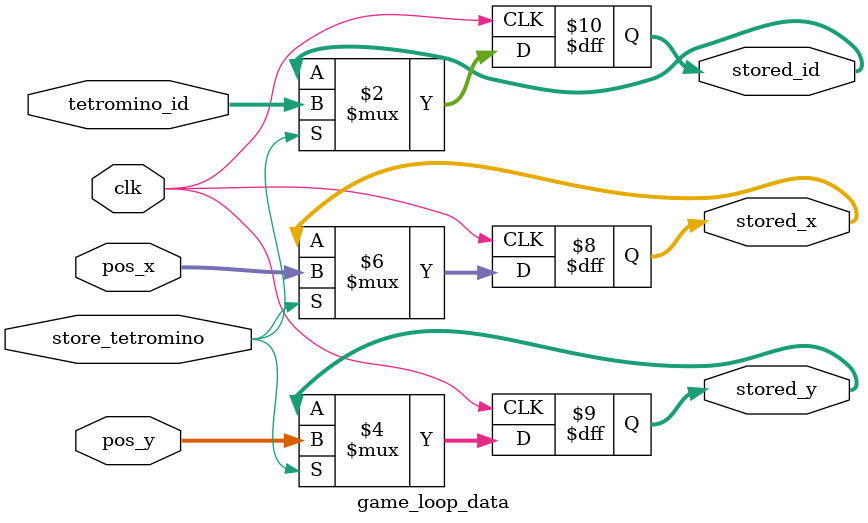
<source format=sv>
module game_loop_data(clk, store_tetromino, pos_x, pos_y, tetromino_id, stored_x, stored_y, stored_id);
    input logic clk, store_tetromino;
    input logic [4:0] pos_x, pos_y;
    input logic [2:0] tetromino_id;
    
    output logic [4:0] stored_x, stored_y;
    output logic [2:0] stored_id;
    
    always_ff @(posedge clk) begin
        if (store_tetromino) begin
            stored_x <= pos_x;
            stored_y <= pos_y;
            stored_id <= tetromino_id;
        end
    end

endmodule  // game_loop_data

</source>
